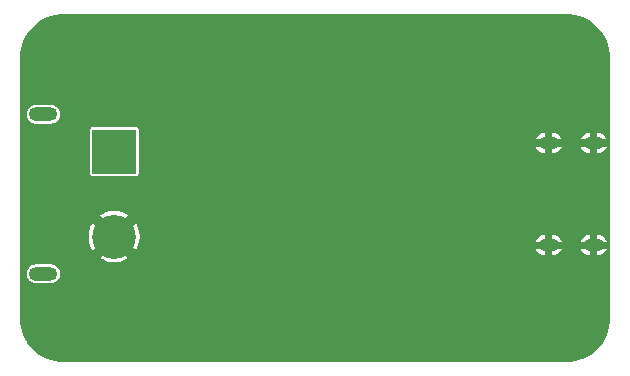
<source format=gbr>
%TF.GenerationSoftware,KiCad,Pcbnew,9.0.4*%
%TF.CreationDate,2025-09-28T14:02:47+03:00*%
%TF.ProjectId,Project_MP2494,50726f6a-6563-4745-9f4d-50323439342e,1.0*%
%TF.SameCoordinates,Original*%
%TF.FileFunction,Copper,L2,Bot*%
%TF.FilePolarity,Positive*%
%FSLAX46Y46*%
G04 Gerber Fmt 4.6, Leading zero omitted, Abs format (unit mm)*
G04 Created by KiCad (PCBNEW 9.0.4) date 2025-09-28 14:02:47*
%MOMM*%
%LPD*%
G01*
G04 APERTURE LIST*
%TA.AperFunction,ComponentPad*%
%ADD10O,2.400000X1.200000*%
%TD*%
%TA.AperFunction,ComponentPad*%
%ADD11R,3.716000X3.716000*%
%TD*%
%TA.AperFunction,ComponentPad*%
%ADD12C,3.716000*%
%TD*%
%TA.AperFunction,ComponentPad*%
%ADD13O,1.701800X1.092200*%
%TD*%
%TA.AperFunction,ViaPad*%
%ADD14C,0.800000*%
%TD*%
%TA.AperFunction,ViaPad*%
%ADD15C,0.600000*%
%TD*%
G04 APERTURE END LIST*
D10*
%TO.P,J1,*%
%TO.N,*%
X116250000Y-116750000D03*
X116250000Y-103250000D03*
D11*
%TO.P,J1,1,1*%
%TO.N,VIN*%
X122250000Y-106400000D03*
D12*
%TO.P,J1,2,2*%
%TO.N,GND*%
X122250000Y-113600000D03*
%TD*%
D13*
%TO.P,J2,7,SH*%
%TO.N,GND*%
X159045600Y-114320000D03*
X162845599Y-114320000D03*
X159045600Y-105680000D03*
X162845599Y-105680000D03*
%TD*%
D14*
%TO.N,GND*%
X121450000Y-119500000D03*
D15*
X138200000Y-113600000D03*
X139000000Y-112800000D03*
D14*
X158650000Y-96300000D03*
D15*
X139000000Y-113600000D03*
D14*
X119650000Y-119500000D03*
X135000000Y-113365000D03*
X158650000Y-101700000D03*
X123750000Y-98450000D03*
X121650000Y-98450000D03*
D15*
X138200000Y-114400000D03*
D14*
X157100000Y-122400000D03*
X135000000Y-97950000D03*
X116250000Y-96650000D03*
X162500000Y-122400000D03*
X162500000Y-118800000D03*
X156850000Y-98100000D03*
X144500000Y-119000000D03*
X128700000Y-119500000D03*
X152250000Y-116700000D03*
X162250000Y-103500000D03*
X156000000Y-104750000D03*
X126900000Y-123100000D03*
X147500000Y-118250000D03*
X158650000Y-99900000D03*
X118050000Y-98450000D03*
X125100000Y-123100000D03*
X162250000Y-101700000D03*
X123750000Y-100250000D03*
D15*
X138200000Y-112800000D03*
X139800000Y-112800000D03*
D14*
X121450000Y-123100000D03*
X160450000Y-103500000D03*
X155750000Y-116700000D03*
X128700000Y-123100000D03*
X158900000Y-120600000D03*
X119850000Y-96650000D03*
X157100000Y-117000000D03*
X119850000Y-98450000D03*
X162500000Y-120600000D03*
X143250000Y-117630000D03*
X157100000Y-120600000D03*
X121450000Y-121300000D03*
X123250000Y-119500000D03*
D15*
X139000000Y-115200000D03*
D14*
X131000000Y-97950000D03*
X123750000Y-96650000D03*
X130500000Y-118000000D03*
X118050000Y-96650000D03*
X160700000Y-117000000D03*
X157100000Y-118800000D03*
X160700000Y-122400000D03*
X156850000Y-103500000D03*
X121650000Y-100250000D03*
X160450000Y-96300000D03*
D15*
X138200000Y-115200000D03*
X139800000Y-114400000D03*
D14*
X147500000Y-115500000D03*
X119850000Y-100250000D03*
X160450000Y-98100000D03*
X133000000Y-101500000D03*
X116250000Y-98450000D03*
X130500000Y-121300000D03*
X128700000Y-121300000D03*
X158900000Y-118800000D03*
X126900000Y-119500000D03*
X117850000Y-119500000D03*
X130500000Y-119500000D03*
X135000000Y-122500000D03*
X143250000Y-114635000D03*
X125100000Y-119500000D03*
X116250000Y-100250000D03*
X125100000Y-121300000D03*
X119650000Y-121300000D03*
D15*
X139800000Y-113600000D03*
D14*
X134500000Y-116562500D03*
X160450000Y-99900000D03*
X118050000Y-100250000D03*
X156850000Y-101700000D03*
X126900000Y-121300000D03*
X160700000Y-120600000D03*
X123250000Y-123100000D03*
X133000000Y-118000000D03*
X149250000Y-122500000D03*
X121650000Y-96650000D03*
X123250000Y-121300000D03*
X162250000Y-98100000D03*
X160450000Y-101700000D03*
X158900000Y-122400000D03*
X158650000Y-103500000D03*
X119650000Y-123100000D03*
X160700000Y-118800000D03*
X156850000Y-99900000D03*
X130500000Y-123100000D03*
D15*
X139000000Y-114400000D03*
D14*
X158900000Y-117000000D03*
X158650000Y-98100000D03*
X162250000Y-99900000D03*
X117850000Y-123100000D03*
X162500000Y-117000000D03*
X156850000Y-96300000D03*
X162250000Y-96300000D03*
X117850000Y-121300000D03*
D15*
X139800000Y-115200000D03*
D14*
X154000000Y-119250000D03*
%TD*%
%TA.AperFunction,Conductor*%
%TO.N,GND*%
G36*
X160503032Y-94750648D02*
G01*
X160861433Y-94768256D01*
X160873541Y-94769448D01*
X161225475Y-94821653D01*
X161237389Y-94824023D01*
X161582520Y-94910473D01*
X161594147Y-94914000D01*
X161929151Y-95033867D01*
X161940363Y-95038511D01*
X162262012Y-95190639D01*
X162272720Y-95196363D01*
X162577881Y-95379270D01*
X162587999Y-95386030D01*
X162873769Y-95597971D01*
X162883175Y-95605691D01*
X163146790Y-95844618D01*
X163155381Y-95853209D01*
X163357883Y-96076635D01*
X163394308Y-96116824D01*
X163402028Y-96126230D01*
X163613969Y-96412000D01*
X163620729Y-96422118D01*
X163803629Y-96727267D01*
X163809366Y-96737999D01*
X163961485Y-97059629D01*
X163966136Y-97070858D01*
X164085994Y-97405837D01*
X164089526Y-97417481D01*
X164175973Y-97762597D01*
X164178347Y-97774532D01*
X164230550Y-98126457D01*
X164231743Y-98138567D01*
X164249351Y-98496966D01*
X164249500Y-98503051D01*
X164249500Y-120496948D01*
X164249351Y-120503033D01*
X164231743Y-120861432D01*
X164230550Y-120873542D01*
X164178347Y-121225467D01*
X164175973Y-121237402D01*
X164089526Y-121582518D01*
X164085994Y-121594162D01*
X163966142Y-121929127D01*
X163961485Y-121940370D01*
X163809366Y-122262000D01*
X163803629Y-122272732D01*
X163620729Y-122577881D01*
X163613969Y-122587999D01*
X163402028Y-122873769D01*
X163394308Y-122883175D01*
X163155388Y-123146783D01*
X163146783Y-123155388D01*
X162883175Y-123394308D01*
X162873769Y-123402028D01*
X162587999Y-123613969D01*
X162577881Y-123620729D01*
X162272732Y-123803629D01*
X162262000Y-123809366D01*
X161940370Y-123961485D01*
X161929134Y-123966139D01*
X161805442Y-124010397D01*
X161594162Y-124085994D01*
X161582518Y-124089526D01*
X161237402Y-124175973D01*
X161225467Y-124178347D01*
X160873542Y-124230550D01*
X160861432Y-124231743D01*
X160523927Y-124248324D01*
X160503031Y-124249351D01*
X160496949Y-124249500D01*
X118003051Y-124249500D01*
X117996968Y-124249351D01*
X117974856Y-124248264D01*
X117638567Y-124231743D01*
X117626457Y-124230550D01*
X117274532Y-124178347D01*
X117262597Y-124175973D01*
X116917481Y-124089526D01*
X116905837Y-124085994D01*
X116570858Y-123966136D01*
X116559629Y-123961485D01*
X116237999Y-123809366D01*
X116227272Y-123803631D01*
X115922118Y-123620729D01*
X115912000Y-123613969D01*
X115626230Y-123402028D01*
X115616824Y-123394308D01*
X115422650Y-123218319D01*
X115353209Y-123155381D01*
X115344618Y-123146790D01*
X115105691Y-122883175D01*
X115097971Y-122873769D01*
X114886030Y-122587999D01*
X114879270Y-122577881D01*
X114874859Y-122570522D01*
X114696363Y-122272720D01*
X114690639Y-122262012D01*
X114538511Y-121940363D01*
X114533867Y-121929151D01*
X114414000Y-121594147D01*
X114410473Y-121582518D01*
X114324023Y-121237389D01*
X114321652Y-121225467D01*
X114269449Y-120873542D01*
X114268256Y-120861431D01*
X114250649Y-120503032D01*
X114250500Y-120496948D01*
X114250500Y-116671153D01*
X114849500Y-116671153D01*
X114849500Y-116828846D01*
X114880261Y-116983489D01*
X114880264Y-116983501D01*
X114940602Y-117129172D01*
X114940609Y-117129185D01*
X115028210Y-117260288D01*
X115028213Y-117260292D01*
X115139707Y-117371786D01*
X115139711Y-117371789D01*
X115270814Y-117459390D01*
X115270827Y-117459397D01*
X115416498Y-117519735D01*
X115416503Y-117519737D01*
X115571153Y-117550499D01*
X115571156Y-117550500D01*
X115571158Y-117550500D01*
X116928844Y-117550500D01*
X116928845Y-117550499D01*
X117083497Y-117519737D01*
X117229179Y-117459394D01*
X117360289Y-117371789D01*
X117471789Y-117260289D01*
X117559394Y-117129179D01*
X117619737Y-116983497D01*
X117650500Y-116828842D01*
X117650500Y-116671158D01*
X117650500Y-116671155D01*
X117650499Y-116671153D01*
X117619738Y-116516510D01*
X117619737Y-116516503D01*
X117619735Y-116516498D01*
X117559397Y-116370827D01*
X117559390Y-116370814D01*
X117471789Y-116239711D01*
X117471786Y-116239707D01*
X117360292Y-116128213D01*
X117360288Y-116128210D01*
X117229185Y-116040609D01*
X117229172Y-116040602D01*
X117083501Y-115980264D01*
X117083489Y-115980261D01*
X116928845Y-115949500D01*
X116928842Y-115949500D01*
X115571158Y-115949500D01*
X115571155Y-115949500D01*
X115416510Y-115980261D01*
X115416498Y-115980264D01*
X115270827Y-116040602D01*
X115270814Y-116040609D01*
X115139711Y-116128210D01*
X115139707Y-116128213D01*
X115028213Y-116239707D01*
X115028210Y-116239711D01*
X114940609Y-116370814D01*
X114940602Y-116370827D01*
X114880264Y-116516498D01*
X114880261Y-116516510D01*
X114849500Y-116671153D01*
X114250500Y-116671153D01*
X114250500Y-113458563D01*
X120092000Y-113458563D01*
X120092000Y-113741436D01*
X120092001Y-113741452D01*
X120128922Y-114021897D01*
X120128925Y-114021910D01*
X120202139Y-114295153D01*
X120310394Y-114556503D01*
X120310399Y-114556514D01*
X120437297Y-114776305D01*
X120437298Y-114776306D01*
X121031471Y-114182132D01*
X121095377Y-114307554D01*
X121220278Y-114479466D01*
X121370534Y-114629722D01*
X121542446Y-114754623D01*
X121667866Y-114818528D01*
X121073692Y-115412701D01*
X121073692Y-115412702D01*
X121293485Y-115539600D01*
X121293496Y-115539605D01*
X121554846Y-115647860D01*
X121828089Y-115721074D01*
X121828102Y-115721077D01*
X122108547Y-115757998D01*
X122108564Y-115758000D01*
X122391436Y-115758000D01*
X122391452Y-115757998D01*
X122671897Y-115721077D01*
X122671910Y-115721074D01*
X122945153Y-115647860D01*
X123206503Y-115539605D01*
X123206514Y-115539600D01*
X123426306Y-115412702D01*
X123426306Y-115412701D01*
X122832133Y-114818528D01*
X122957554Y-114754623D01*
X123129466Y-114629722D01*
X123279722Y-114479466D01*
X123404623Y-114307554D01*
X123468528Y-114182133D01*
X124062701Y-114776306D01*
X124062702Y-114776306D01*
X124189600Y-114556514D01*
X124189608Y-114556497D01*
X124297860Y-114295153D01*
X124371074Y-114021910D01*
X124371078Y-114021891D01*
X124371327Y-114019999D01*
X157949252Y-114019999D01*
X157949252Y-114020000D01*
X158706104Y-114020000D01*
X158629804Y-114040444D01*
X158561395Y-114079940D01*
X158505540Y-114135795D01*
X158466044Y-114204204D01*
X158445600Y-114280504D01*
X158445600Y-114359496D01*
X158466044Y-114435796D01*
X158505540Y-114504205D01*
X158561395Y-114560060D01*
X158629804Y-114599556D01*
X158706104Y-114620000D01*
X157949252Y-114620000D01*
X157990994Y-114720776D01*
X157990999Y-114720785D01*
X158083590Y-114859356D01*
X158083593Y-114859360D01*
X158201439Y-114977206D01*
X158201443Y-114977209D01*
X158340014Y-115069800D01*
X158340023Y-115069805D01*
X158494001Y-115133584D01*
X158494009Y-115133586D01*
X158657461Y-115166099D01*
X158657464Y-115166100D01*
X158745600Y-115166100D01*
X158745600Y-114620000D01*
X159345600Y-114620000D01*
X159345600Y-115166100D01*
X159433736Y-115166100D01*
X159433738Y-115166099D01*
X159597190Y-115133586D01*
X159597198Y-115133584D01*
X159751176Y-115069805D01*
X159751185Y-115069800D01*
X159889756Y-114977209D01*
X159889760Y-114977206D01*
X160007606Y-114859360D01*
X160007609Y-114859356D01*
X160100200Y-114720785D01*
X160100205Y-114720776D01*
X160141948Y-114620000D01*
X159385096Y-114620000D01*
X159461396Y-114599556D01*
X159529805Y-114560060D01*
X159585660Y-114504205D01*
X159625156Y-114435796D01*
X159645600Y-114359496D01*
X159645600Y-114280504D01*
X159625156Y-114204204D01*
X159585660Y-114135795D01*
X159529805Y-114079940D01*
X159461396Y-114040444D01*
X159385096Y-114020000D01*
X160141948Y-114020000D01*
X160141947Y-114019999D01*
X161749251Y-114019999D01*
X161749251Y-114020000D01*
X162506103Y-114020000D01*
X162429803Y-114040444D01*
X162361394Y-114079940D01*
X162305539Y-114135795D01*
X162266043Y-114204204D01*
X162245599Y-114280504D01*
X162245599Y-114359496D01*
X162266043Y-114435796D01*
X162305539Y-114504205D01*
X162361394Y-114560060D01*
X162429803Y-114599556D01*
X162506103Y-114620000D01*
X161749251Y-114620000D01*
X161790993Y-114720776D01*
X161790998Y-114720785D01*
X161883589Y-114859356D01*
X161883592Y-114859360D01*
X162001438Y-114977206D01*
X162001442Y-114977209D01*
X162140013Y-115069800D01*
X162140022Y-115069805D01*
X162294000Y-115133584D01*
X162294008Y-115133586D01*
X162457460Y-115166099D01*
X162457463Y-115166100D01*
X162545599Y-115166100D01*
X162545599Y-114620000D01*
X163145599Y-114620000D01*
X163145599Y-115166100D01*
X163233735Y-115166100D01*
X163233737Y-115166099D01*
X163397189Y-115133586D01*
X163397197Y-115133584D01*
X163551175Y-115069805D01*
X163551184Y-115069800D01*
X163689755Y-114977209D01*
X163689759Y-114977206D01*
X163807605Y-114859360D01*
X163807608Y-114859356D01*
X163900199Y-114720785D01*
X163900204Y-114720776D01*
X163941947Y-114620000D01*
X163185095Y-114620000D01*
X163261395Y-114599556D01*
X163329804Y-114560060D01*
X163385659Y-114504205D01*
X163425155Y-114435796D01*
X163445599Y-114359496D01*
X163445599Y-114280504D01*
X163425155Y-114204204D01*
X163385659Y-114135795D01*
X163329804Y-114079940D01*
X163261395Y-114040444D01*
X163185095Y-114020000D01*
X163941947Y-114020000D01*
X163941946Y-114019999D01*
X163900204Y-113919223D01*
X163900199Y-113919214D01*
X163807608Y-113780643D01*
X163807605Y-113780639D01*
X163689759Y-113662793D01*
X163689755Y-113662790D01*
X163551184Y-113570199D01*
X163551175Y-113570194D01*
X163397197Y-113506415D01*
X163397189Y-113506413D01*
X163233736Y-113473900D01*
X163145599Y-113473900D01*
X163145599Y-114020000D01*
X162545599Y-114020000D01*
X162545599Y-113473900D01*
X162457462Y-113473900D01*
X162294008Y-113506413D01*
X162294000Y-113506415D01*
X162140022Y-113570194D01*
X162140013Y-113570199D01*
X162001442Y-113662790D01*
X162001438Y-113662793D01*
X161883592Y-113780639D01*
X161883589Y-113780643D01*
X161790998Y-113919214D01*
X161790993Y-113919223D01*
X161749251Y-114019999D01*
X160141947Y-114019999D01*
X160100205Y-113919223D01*
X160100200Y-113919214D01*
X160007609Y-113780643D01*
X160007606Y-113780639D01*
X159889760Y-113662793D01*
X159889756Y-113662790D01*
X159751185Y-113570199D01*
X159751176Y-113570194D01*
X159597198Y-113506415D01*
X159597190Y-113506413D01*
X159433737Y-113473900D01*
X159345600Y-113473900D01*
X159345600Y-114020000D01*
X158745600Y-114020000D01*
X158745600Y-113473900D01*
X158657463Y-113473900D01*
X158494009Y-113506413D01*
X158494001Y-113506415D01*
X158340023Y-113570194D01*
X158340014Y-113570199D01*
X158201443Y-113662790D01*
X158201439Y-113662793D01*
X158083593Y-113780639D01*
X158083590Y-113780643D01*
X157990999Y-113919214D01*
X157990994Y-113919223D01*
X157949252Y-114019999D01*
X124371327Y-114019999D01*
X124371645Y-114017590D01*
X124407998Y-113741453D01*
X124408000Y-113741436D01*
X124408000Y-113458563D01*
X124407998Y-113458547D01*
X124371077Y-113178102D01*
X124371074Y-113178089D01*
X124297860Y-112904846D01*
X124189605Y-112643496D01*
X124189600Y-112643485D01*
X124062701Y-112423692D01*
X123468528Y-113017865D01*
X123404623Y-112892446D01*
X123279722Y-112720534D01*
X123129466Y-112570278D01*
X122957554Y-112445377D01*
X122832133Y-112381471D01*
X123426306Y-111787298D01*
X123426305Y-111787297D01*
X123206514Y-111660399D01*
X123206503Y-111660394D01*
X122945153Y-111552139D01*
X122671910Y-111478925D01*
X122671897Y-111478922D01*
X122391452Y-111442001D01*
X122391436Y-111442000D01*
X122108564Y-111442000D01*
X122108547Y-111442001D01*
X121828102Y-111478922D01*
X121828089Y-111478925D01*
X121554846Y-111552139D01*
X121293499Y-111660393D01*
X121293489Y-111660397D01*
X121073693Y-111787297D01*
X121667867Y-112381471D01*
X121542446Y-112445377D01*
X121370534Y-112570278D01*
X121220278Y-112720534D01*
X121095377Y-112892446D01*
X121031471Y-113017866D01*
X120437297Y-112423693D01*
X120310397Y-112643489D01*
X120310393Y-112643499D01*
X120202139Y-112904846D01*
X120128925Y-113178089D01*
X120128922Y-113178102D01*
X120092001Y-113458547D01*
X120092000Y-113458563D01*
X114250500Y-113458563D01*
X114250500Y-104522247D01*
X120191500Y-104522247D01*
X120191500Y-108277752D01*
X120203131Y-108336229D01*
X120203132Y-108336230D01*
X120247447Y-108402552D01*
X120313769Y-108446867D01*
X120313770Y-108446868D01*
X120372247Y-108458499D01*
X120372250Y-108458500D01*
X120372252Y-108458500D01*
X124127750Y-108458500D01*
X124127751Y-108458499D01*
X124142568Y-108455552D01*
X124186229Y-108446868D01*
X124186229Y-108446867D01*
X124186231Y-108446867D01*
X124252552Y-108402552D01*
X124296867Y-108336231D01*
X124296867Y-108336229D01*
X124296868Y-108336229D01*
X124308499Y-108277752D01*
X124308500Y-108277750D01*
X124308500Y-105379999D01*
X157949252Y-105379999D01*
X157949252Y-105380000D01*
X158706104Y-105380000D01*
X158629804Y-105400444D01*
X158561395Y-105439940D01*
X158505540Y-105495795D01*
X158466044Y-105564204D01*
X158445600Y-105640504D01*
X158445600Y-105719496D01*
X158466044Y-105795796D01*
X158505540Y-105864205D01*
X158561395Y-105920060D01*
X158629804Y-105959556D01*
X158706104Y-105980000D01*
X157949252Y-105980000D01*
X157990994Y-106080776D01*
X157990999Y-106080785D01*
X158083590Y-106219356D01*
X158083593Y-106219360D01*
X158201439Y-106337206D01*
X158201443Y-106337209D01*
X158340014Y-106429800D01*
X158340023Y-106429805D01*
X158494001Y-106493584D01*
X158494009Y-106493586D01*
X158657461Y-106526099D01*
X158657464Y-106526100D01*
X158745600Y-106526100D01*
X158745600Y-105980000D01*
X159345600Y-105980000D01*
X159345600Y-106526100D01*
X159433736Y-106526100D01*
X159433738Y-106526099D01*
X159597190Y-106493586D01*
X159597198Y-106493584D01*
X159751176Y-106429805D01*
X159751185Y-106429800D01*
X159889756Y-106337209D01*
X159889760Y-106337206D01*
X160007606Y-106219360D01*
X160007609Y-106219356D01*
X160100200Y-106080785D01*
X160100205Y-106080776D01*
X160141948Y-105980000D01*
X159385096Y-105980000D01*
X159461396Y-105959556D01*
X159529805Y-105920060D01*
X159585660Y-105864205D01*
X159625156Y-105795796D01*
X159645600Y-105719496D01*
X159645600Y-105640504D01*
X159625156Y-105564204D01*
X159585660Y-105495795D01*
X159529805Y-105439940D01*
X159461396Y-105400444D01*
X159385096Y-105380000D01*
X160141948Y-105380000D01*
X160141947Y-105379999D01*
X161749251Y-105379999D01*
X161749251Y-105380000D01*
X162506103Y-105380000D01*
X162429803Y-105400444D01*
X162361394Y-105439940D01*
X162305539Y-105495795D01*
X162266043Y-105564204D01*
X162245599Y-105640504D01*
X162245599Y-105719496D01*
X162266043Y-105795796D01*
X162305539Y-105864205D01*
X162361394Y-105920060D01*
X162429803Y-105959556D01*
X162506103Y-105980000D01*
X161749251Y-105980000D01*
X161790993Y-106080776D01*
X161790998Y-106080785D01*
X161883589Y-106219356D01*
X161883592Y-106219360D01*
X162001438Y-106337206D01*
X162001442Y-106337209D01*
X162140013Y-106429800D01*
X162140022Y-106429805D01*
X162294000Y-106493584D01*
X162294008Y-106493586D01*
X162457460Y-106526099D01*
X162457463Y-106526100D01*
X162545599Y-106526100D01*
X162545599Y-105980000D01*
X163145599Y-105980000D01*
X163145599Y-106526100D01*
X163233735Y-106526100D01*
X163233737Y-106526099D01*
X163397189Y-106493586D01*
X163397197Y-106493584D01*
X163551175Y-106429805D01*
X163551184Y-106429800D01*
X163689755Y-106337209D01*
X163689759Y-106337206D01*
X163807605Y-106219360D01*
X163807608Y-106219356D01*
X163900199Y-106080785D01*
X163900204Y-106080776D01*
X163941947Y-105980000D01*
X163185095Y-105980000D01*
X163261395Y-105959556D01*
X163329804Y-105920060D01*
X163385659Y-105864205D01*
X163425155Y-105795796D01*
X163445599Y-105719496D01*
X163445599Y-105640504D01*
X163425155Y-105564204D01*
X163385659Y-105495795D01*
X163329804Y-105439940D01*
X163261395Y-105400444D01*
X163185095Y-105380000D01*
X163941947Y-105380000D01*
X163941946Y-105379999D01*
X163900204Y-105279223D01*
X163900199Y-105279214D01*
X163807608Y-105140643D01*
X163807605Y-105140639D01*
X163689759Y-105022793D01*
X163689755Y-105022790D01*
X163551184Y-104930199D01*
X163551175Y-104930194D01*
X163397197Y-104866415D01*
X163397189Y-104866413D01*
X163233736Y-104833900D01*
X163145599Y-104833900D01*
X163145599Y-105380000D01*
X162545599Y-105380000D01*
X162545599Y-104833900D01*
X162457462Y-104833900D01*
X162294008Y-104866413D01*
X162294000Y-104866415D01*
X162140022Y-104930194D01*
X162140013Y-104930199D01*
X162001442Y-105022790D01*
X162001438Y-105022793D01*
X161883592Y-105140639D01*
X161883589Y-105140643D01*
X161790998Y-105279214D01*
X161790993Y-105279223D01*
X161749251Y-105379999D01*
X160141947Y-105379999D01*
X160100205Y-105279223D01*
X160100200Y-105279214D01*
X160007609Y-105140643D01*
X160007606Y-105140639D01*
X159889760Y-105022793D01*
X159889756Y-105022790D01*
X159751185Y-104930199D01*
X159751176Y-104930194D01*
X159597198Y-104866415D01*
X159597190Y-104866413D01*
X159433737Y-104833900D01*
X159345600Y-104833900D01*
X159345600Y-105380000D01*
X158745600Y-105380000D01*
X158745600Y-104833900D01*
X158657463Y-104833900D01*
X158494009Y-104866413D01*
X158494001Y-104866415D01*
X158340023Y-104930194D01*
X158340014Y-104930199D01*
X158201443Y-105022790D01*
X158201439Y-105022793D01*
X158083593Y-105140639D01*
X158083590Y-105140643D01*
X157990999Y-105279214D01*
X157990994Y-105279223D01*
X157949252Y-105379999D01*
X124308500Y-105379999D01*
X124308500Y-104522249D01*
X124308499Y-104522247D01*
X124296868Y-104463770D01*
X124296867Y-104463769D01*
X124252552Y-104397447D01*
X124186230Y-104353132D01*
X124186229Y-104353131D01*
X124127752Y-104341500D01*
X124127748Y-104341500D01*
X120372252Y-104341500D01*
X120372247Y-104341500D01*
X120313770Y-104353131D01*
X120313769Y-104353132D01*
X120247447Y-104397447D01*
X120203132Y-104463769D01*
X120203131Y-104463770D01*
X120191500Y-104522247D01*
X114250500Y-104522247D01*
X114250500Y-103171153D01*
X114849500Y-103171153D01*
X114849500Y-103328846D01*
X114880261Y-103483489D01*
X114880264Y-103483501D01*
X114940602Y-103629172D01*
X114940609Y-103629185D01*
X115028210Y-103760288D01*
X115028213Y-103760292D01*
X115139707Y-103871786D01*
X115139711Y-103871789D01*
X115270814Y-103959390D01*
X115270827Y-103959397D01*
X115416498Y-104019735D01*
X115416503Y-104019737D01*
X115571153Y-104050499D01*
X115571156Y-104050500D01*
X115571158Y-104050500D01*
X116928844Y-104050500D01*
X116928845Y-104050499D01*
X117083497Y-104019737D01*
X117229179Y-103959394D01*
X117360289Y-103871789D01*
X117471789Y-103760289D01*
X117559394Y-103629179D01*
X117619737Y-103483497D01*
X117650500Y-103328842D01*
X117650500Y-103171158D01*
X117650500Y-103171155D01*
X117650499Y-103171153D01*
X117619738Y-103016510D01*
X117619737Y-103016503D01*
X117619735Y-103016498D01*
X117559397Y-102870827D01*
X117559390Y-102870814D01*
X117471789Y-102739711D01*
X117471786Y-102739707D01*
X117360292Y-102628213D01*
X117360288Y-102628210D01*
X117229185Y-102540609D01*
X117229172Y-102540602D01*
X117083501Y-102480264D01*
X117083489Y-102480261D01*
X116928845Y-102449500D01*
X116928842Y-102449500D01*
X115571158Y-102449500D01*
X115571155Y-102449500D01*
X115416510Y-102480261D01*
X115416498Y-102480264D01*
X115270827Y-102540602D01*
X115270814Y-102540609D01*
X115139711Y-102628210D01*
X115139707Y-102628213D01*
X115028213Y-102739707D01*
X115028210Y-102739711D01*
X114940609Y-102870814D01*
X114940602Y-102870827D01*
X114880264Y-103016498D01*
X114880261Y-103016510D01*
X114849500Y-103171153D01*
X114250500Y-103171153D01*
X114250500Y-98503051D01*
X114250649Y-98496967D01*
X114268256Y-98138568D01*
X114269449Y-98126457D01*
X114301240Y-97912139D01*
X114321654Y-97774520D01*
X114324022Y-97762613D01*
X114410475Y-97417473D01*
X114413998Y-97405858D01*
X114533869Y-97070840D01*
X114538508Y-97059643D01*
X114690643Y-96737979D01*
X114696358Y-96727287D01*
X114879278Y-96422105D01*
X114886021Y-96412012D01*
X115097979Y-96126219D01*
X115105682Y-96116834D01*
X115344628Y-95853198D01*
X115353198Y-95844628D01*
X115616834Y-95605682D01*
X115626219Y-95597979D01*
X115912012Y-95386021D01*
X115922105Y-95379278D01*
X116227287Y-95196358D01*
X116237979Y-95190643D01*
X116559643Y-95038508D01*
X116570840Y-95033869D01*
X116905858Y-94913998D01*
X116917473Y-94910475D01*
X117262613Y-94824022D01*
X117274520Y-94821654D01*
X117626460Y-94769448D01*
X117638564Y-94768256D01*
X117996967Y-94750648D01*
X118003051Y-94750500D01*
X118044170Y-94750500D01*
X160455830Y-94750500D01*
X160496949Y-94750500D01*
X160503032Y-94750648D01*
G37*
%TD.AperFunction*%
%TD*%
M02*

</source>
